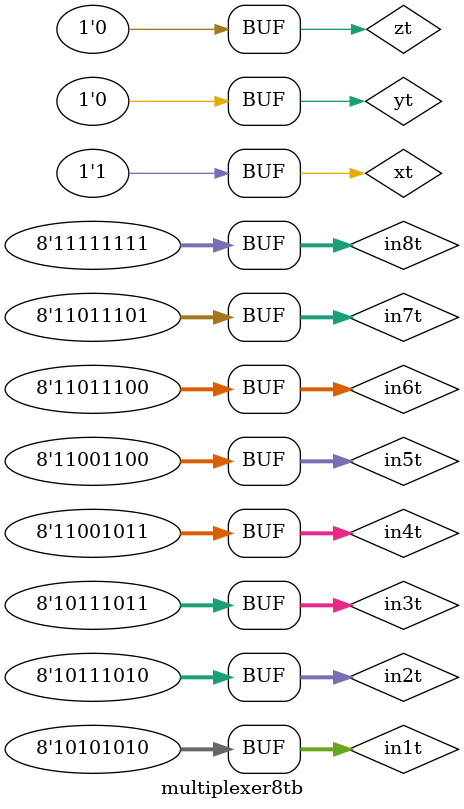
<source format=v>
`timescale 1ns / 1ps

module multiplexer8tb();

reg [7:0] in1t, in2t, in3t, in4t, in5t, in6t, in7t, in8t;
wire[7:0] ot;  
reg xt,yt,zt;

multiplexer8 UUT(.in1(in1t),.in2(in2t),.in3(in3t),.in4(in4t),.in5(in5t),.in6(in6t),.in7(in7t),.in8(in8t),.x(xt),.y(yt),.z(zt),.o(ot));

initial begin
in1t = 8'hAA;
in2t = 8'hBA;
in3t = 8'hBB;
in4t = 8'hCB;
in5t = 8'hCC;
in6t = 8'hDC;
in7t = 8'hDD;
in8t = 8'hFF;

xt = 1'b1;
yt = 1'b0;
zt = 1'b0;
#100;
end
endmodule

</source>
